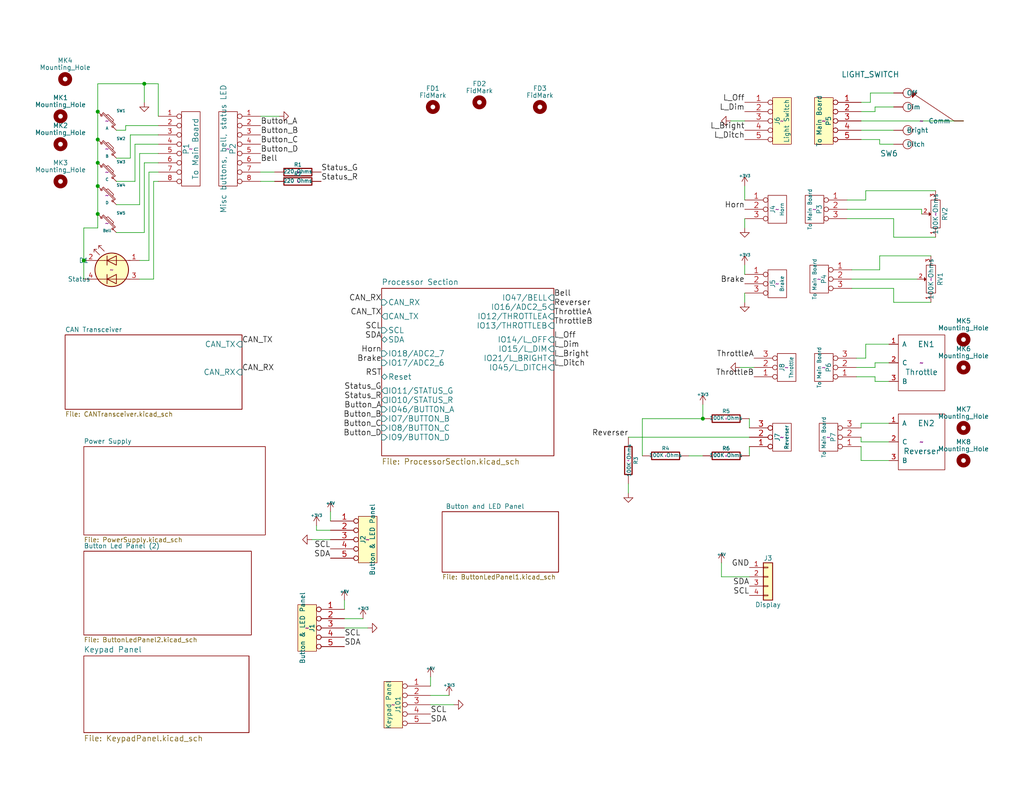
<source format=kicad_sch>
(kicad_sch (version 20211123) (generator eeschema)
  (paper "USLetter")
  (title_block (title "ESP32-T7S3-ControlStand") (date "2022-07-25") (rev "1.0") (company "Deepwoods Software") (comment 1 "Main page"))
  (lib_symbols
    (symbol "ESP32-T7S3-ControlStand-rescue:+3.3V" (power) (pin_names (offset 0))
      (property "Value" "+3.3V" (at 0 3.556 0))
      (symbol "+3.3V_0_1"
        (polyline (pts (xy -0.762 1.27) (xy 0 2.54)))
        (polyline (pts (xy 0 0) (xy 0 2.54)))
        (polyline (pts (xy 0 2.54) (xy 0.762 1.27)))
      )
      (symbol "+3.3V_1_1"
        (pin power_in line (at 0 0 90) (length 0) hide (name "+3V3") (number "1"))
      )
    )
    (symbol "ESP32-T7S3-ControlStand-rescue:+5V" (power) (pin_names (offset 0))
      (property "Value" "+5V" (at 0 3.556 0))
      (symbol "+5V_0_1"
        (polyline (pts (xy -0.762 1.27) (xy 0 2.54)))
        (polyline (pts (xy 0 0) (xy 0 2.54)))
        (polyline (pts (xy 0 2.54) (xy 0.762 1.27)))
      )
      (symbol "+5V_1_1"
        (pin power_in line (at 0 0 90) (length 0) hide (name "+5V") (number "1"))
      )
    )
    (symbol "ESP32-T7S3-ControlStand-rescue:CONN_3" (pin_names (offset 1.016) hide)
      (property "Reference" "K" (at -1.27 0 90))
      (property "Value" "CONN_3" (at 1.27 0 90))
      (symbol "CONN_3_0_1"
        (rectangle (start -2.54 3.81) (end 2.54 -3.81))
      )
      (symbol "CONN_3_1_1"
        (pin passive inverted (at -8.89 2.54 0) (length 6.35) (name "P1") (number "1"))
        (pin passive inverted (at -8.89 0 0) (length 6.35) (name "PM") (number "2"))
        (pin passive inverted (at -8.89 -2.54 0) (length 6.35) (name "P3") (number "3"))
      )
    )
    (symbol "ESP32-T7S3-ControlStand-rescue:CONN_5" (pin_names (offset 1.016))
      (property "Reference" "P" (at -1.27 0 90))
      (property "Value" "CONN_5" (at 1.27 0 90))
      (symbol "CONN_5_0_1"
        (rectangle (start -2.54 6.35) (end 2.54 -6.35) (fill (type background)))
      )
      (symbol "CONN_5_1_1"
        (pin passive inverted (at -10.16 5.08 0) (length 7.62) (name "~") (number "1"))
        (pin passive inverted (at -10.16 2.54 0) (length 7.62) (name "~") (number "2"))
        (pin passive inverted (at -10.16 0 0) (length 7.62) (name "~") (number "3"))
        (pin passive inverted (at -10.16 -2.54 0) (length 7.62) (name "~") (number "4"))
        (pin passive inverted (at -10.16 -5.08 0) (length 7.62) (name "~") (number "5"))
      )
    )
    (symbol "ESP32-T7S3-ControlStand-rescue:CONN_8" (pin_names (offset 1.016) hide)
      (property "Reference" "P" (at -1.27 0 90))
      (property "Value" "CONN_8" (at 1.27 0 90))
      (symbol "CONN_8_0_1"
        (rectangle (start -2.54 10.16) (end 2.54 -10.16))
      )
      (symbol "CONN_8_1_1"
        (pin passive inverted (at -8.89 8.89 0) (length 6.35) (name "P1") (number "1"))
        (pin passive inverted (at -8.89 6.35 0) (length 6.35) (name "P2") (number "2"))
        (pin passive inverted (at -8.89 3.81 0) (length 6.35) (name "P3") (number "3"))
        (pin passive inverted (at -8.89 1.27 0) (length 6.35) (name "P4") (number "4"))
        (pin passive inverted (at -8.89 -1.27 0) (length 6.35) (name "P5") (number "5"))
        (pin passive inverted (at -8.89 -3.81 0) (length 6.35) (name "P6") (number "6"))
        (pin passive inverted (at -8.89 -6.35 0) (length 6.35) (name "P7") (number "7"))
        (pin passive inverted (at -8.89 -8.89 0) (length 6.35) (name "P8") (number "8"))
      )
    )
    (symbol "ESP32-T7S3-ControlStand-rescue:Conn_01x04" (pin_names (offset 1.016) hide)
      (property "Reference" "J" (at 0 5.08 0))
      (property "Value" "Conn_01x04" (at 0 -7.62 0))
      (symbol "Conn_01x04_1_1"
        (rectangle (start -1.27 -4.953) (end 0 -5.207) (stroke (width 0.1524)))
        (rectangle (start -1.27 -2.413) (end 0 -2.667) (stroke (width 0.1524)))
        (rectangle (start -1.27 0.127) (end 0 -0.127) (stroke (width 0.1524)))
        (rectangle (start -1.27 2.667) (end 0 2.413) (stroke (width 0.1524)))
        (rectangle (start -1.27 3.81) (end 1.27 -6.35) (stroke (width 0.254)) (fill (type background)))
        (pin passive line (at -5.08 2.54 0) (length 3.81) (name "Pin_1") (number "1"))
        (pin passive line (at -5.08 0 0) (length 3.81) (name "Pin_2") (number "2"))
        (pin passive line (at -5.08 -2.54 0) (length 3.81) (name "Pin_3") (number "3"))
        (pin passive line (at -5.08 -5.08 0) (length 3.81) (name "Pin_4") (number "4"))
      )
    )
    (symbol "ESP32-T7S3-ControlStand-rescue:ENCODER" (pin_names (offset 1.016))
      (property "Reference" "EN" (at 1.27 5.08 0))
      (property "Value" "ENCODER" (at 0 -2.54 0))
      (symbol "ENCODER_0_1"
        (rectangle (start -6.35 7.62) (end 6.35 -7.62))
      )
      (symbol "ENCODER_1_1"
        (pin passive line (at -8.89 5.08 0) (length 2.54) (name "A") (number "1"))
        (pin passive line (at -8.89 0 0) (length 2.54) (name "C") (number "2"))
        (pin passive line (at -8.89 -5.08 0) (length 2.54) (name "B") (number "3"))
      )
    )
    (symbol "ESP32-T7S3-ControlStand-rescue:GND" (power) (pin_names (offset 0))
      (property "Value" "GND" (at 0 -3.81 0))
      (symbol "GND_0_1"
        (polyline (pts (xy 0 0) (xy 0 -1.27) (xy 1.27 -1.27) (xy 0 -2.54) (xy -1.27 -1.27) (xy 0 -1.27)))
      )
      (symbol "GND_1_1"
        (pin power_in line (at 0 0 270) (length 0) hide (name "GND") (number "1"))
      )
    )
    (symbol "ESP32-T7S3-ControlStand-rescue:LED_Dual_ACAC" (pin_names (offset 0) hide)
      (property "Reference" "D" (at 0 5.715 0))
      (property "Value" "LED_Dual_ACAC" (at 0 -6.35 0))
      (symbol "LED_Dual_ACAC_0_1"
        (polyline (pts (xy -5.08 -2.54) (xy 2.032 -2.54)))
        (polyline (pts (xy -5.08 2.54) (xy 2.032 2.54)))
        (polyline (pts (xy 1.27 -1.27) (xy 1.27 -3.81)) (stroke (width 0.2032)))
        (polyline (pts (xy 1.27 3.81) (xy 1.27 1.27)) (stroke (width 0.2032)))
        (polyline (pts (xy 3.81 -2.54) (xy 1.905 -2.54)))
        (polyline (pts (xy 3.81 2.54) (xy 1.905 2.54)))
        (polyline (pts (xy -1.27 -1.27) (xy -1.27 -3.81) (xy 1.27 -2.54) (xy -1.27 -1.27)) (stroke (width 0.2032)))
        (polyline (pts (xy -1.27 3.81) (xy -1.27 1.27) (xy 1.27 2.54) (xy -1.27 3.81)) (stroke (width 0.2032)))
        (polyline (pts (xy 2.032 5.08) (xy 3.556 6.604) (xy 2.794 6.604) (xy 3.556 6.604) (xy 3.556 5.842)))
        (polyline (pts (xy 3.302 4.064) (xy 4.826 5.588) (xy 4.064 5.588) (xy 4.826 5.588) (xy 4.826 4.826)))
        (circle (center 0 0) (radius 4.572) (stroke (width 0.254)) (fill (type background)))
      )
      (symbol "LED_Dual_ACAC_1_1"
        (pin input line (at -7.62 2.54 0) (length 3.048) (name "A1") (number "1"))
        (pin input line (at 7.62 2.54 180) (length 3.81) (name "K1") (number "2"))
        (pin input line (at -7.62 -2.54 0) (length 3.048) (name "A2") (number "3"))
        (pin input line (at 7.62 -2.54 180) (length 3.81) (name "K2") (number "4"))
      )
    )
    (symbol "ESP32-T7S3-ControlStand-rescue:Light_Switch" (pin_names (offset 1.016))
      (property "Reference" "SW" (at 8.89 -8.89 0))
      (property "Value" "Light_Switch" (at 13.97 12.7 0))
      (symbol "Light_Switch_0_1"
        (polyline (pts (xy -8.89 0) (xy 2.54 7.62) (xy 2.54 6.35) (xy 1.27 7.62) (xy 2.54 7.62)) (fill (type outline)))
        (circle (center 3.81 -6.35) (radius 0.0001))
        (circle (center 3.81 -6.35) (radius 1.27))
        (circle (center 3.81 -2.54) (radius 0.0001))
        (circle (center 3.81 -2.54) (radius 1.27))
        (circle (center 3.81 3.81) (radius 1.27))
        (circle (center 3.81 7.62) (radius 1.27))
        (circle (center 5.08 7.62) (radius 0.0001))
      )
      (symbol "Light_Switch_1_1"
        (pin passive line (at 7.62 -2.54 180) (length 2.54) (name "Bright") (number "~"))
        (pin passive line (at -11.43 0 0) (length 2.54) (name "Comm") (number "~"))
        (pin passive line (at 7.62 3.81 180) (length 2.54) (name "Dim") (number "~"))
        (pin passive line (at 7.62 -6.35 180) (length 2.54) (name "Ditch") (number "~"))
        (pin passive line (at 7.62 7.62 180) (length 2.54) (name "Off") (number "~"))
      )
    )
    (symbol "ESP32-T7S3-ControlStand-rescue:Mounting_Hole" (pin_names (offset 1.016))
      (property "Reference" "MK" (at 0 5.08 0))
      (property "Value" "Mounting_Hole" (at 0 3.175 0))
      (symbol "Mounting_Hole_0_1"
        (circle (center 0 0) (radius 1.27) (stroke (width 1.27)))
      )
    )
    (symbol "ESP32-T7S3-ControlStand-rescue:POT-RESCUE-ESP32ControlStand" (pin_names (offset 1.016) hide)
      (property "Reference" "RV" (at 0 -2.54 0))
      (property "Value" "POT-RESCUE-ESP32ControlStand" (at 0 0 0))
      (symbol "POT-RESCUE-ESP32ControlStand_0_1"
        (rectangle (start -3.81 1.27) (end 3.81 -1.27))
        (polyline (pts (xy 0 1.27) (xy -0.508 1.778) (xy 0.508 1.778)) (fill (type outline)))
      )
      (symbol "POT-RESCUE-ESP32ControlStand_1_1"
        (pin passive line (at -6.35 0 0) (length 2.54) (name "1") (number "1"))
        (pin passive line (at 0 3.81 270) (length 2.032) (name "2") (number "2"))
        (pin passive line (at 6.35 0 180) (length 2.54) (name "3") (number "3"))
      )
    )
    (symbol "ESP32-T7S3-ControlStand-rescue:R-RESCUE-ESP32ControlStand" (pin_numbers hide) (pin_names (offset 0))
      (property "Reference" "R" (at 2.032 0 90))
      (property "Value" "R-RESCUE-ESP32ControlStand" (at 0.1778 0.0254 90))
      (symbol "R-RESCUE-ESP32ControlStand_0_1"
        (rectangle (start -1.016 3.81) (end 1.016 -3.81) (stroke (width 0.3048)))
      )
      (symbol "R-RESCUE-ESP32ControlStand_1_1"
        (pin passive line (at 0 6.35 270) (length 2.54) (name "~") (number "1"))
        (pin passive line (at 0 -6.35 90) (length 2.54) (name "~") (number "2"))
      )
    )
    (symbol "ESP32-T7S3-ControlStand-rescue:SW_PUSH_SMALL" (pin_numbers hide) (pin_names (offset 1.016) hide)
      (property "Reference" "SW" (at 3.81 2.794 0))
      (property "Value" "SW_PUSH_SMALL" (at 0 -2.0066 0))
      (symbol "SW_PUSH_SMALL_0_1"
        (circle (center -1.524 1.524) (radius 0.254))
        (polyline (pts (xy -2.54 2.54) (xy -1.524 1.524) (xy -1.524 1.524)))
        (polyline (pts (xy 1.524 -1.524) (xy 2.54 -2.54) (xy 2.54 -2.54) (xy 2.54 -2.54)))
        (polyline (pts (xy -0.254 1.524) (xy 0.254 1.778) (xy 1.778 0.254) (xy 1.524 -0.254) (xy 1.524 -0.254) (xy 1.524 -0.254)))
        (polyline (pts (xy -1.27 2.032) (xy 2.032 -1.27) (xy 2.286 -1.016) (xy -1.016 2.286) (xy -1.27 2.032) (xy -1.27 2.032) (xy -1.27 2.032)))
        (circle (center 1.524 -1.524) (radius 0.254))
        (pin passive line (at -2.54 2.54 0) (length 0) (name "1") (number "1"))
        (pin passive line (at 2.54 -2.54 180) (length 0) (name "2") (number "2"))
      )
    )
  )
  (junction (at 26.67 38.1))
  (junction (at 26.67 58.42))
  (junction (at 26.67 30.48))
  (junction (at 191.77 114.3))
  (junction (at 22.86 71.12))
  (junction (at 26.67 50.8))
  (junction (at 26.67 44.45))
  (junction (at 39.37 22.86))
  (wire (pts (xy 39.37 27.94) (xy 39.37 22.86)))
  (wire (pts (xy 86.36 144.78) (xy 86.36 143.51)))
  (wire (pts (xy 238.76 104.14) (xy 242.57 104.14)))
  (wire (pts (xy 232.41 73.66) (xy 240.03 73.66)))
  (wire (pts (xy 26.67 58.42) (xy 26.67 62.23)))
  (wire (pts (xy 262.89 33.02) (xy 234.95 33.02)))
  (wire (pts (xy 191.77 124.46) (xy 187.96 124.46)))
  (wire (pts (xy 38.1 41.91) (xy 38.1 55.88)))
  (wire (pts (xy 43.18 34.29) (xy 34.29 34.29)))
  (wire (pts (xy 240.03 69.85) (xy 254 69.85)))
  (wire (pts (xy 203.2 50.8) (xy 203.2 54.61)))
  (wire (pts (xy 39.37 44.45) (xy 39.37 63.5)))
  (wire (pts (xy 255.27 64.77) (xy 243.84 64.77)))
  (wire (pts (xy 74.93 46.99) (xy 71.12 46.99)))
  (wire (pts (xy 233.68 97.79) (xy 236.22 97.79)))
  (wire (pts (xy 35.56 36.83) (xy 35.56 43.18)))
  (wire (pts (xy 203.2 33.02) (xy 199.39 33.02)))
  (wire (pts (xy 240.03 73.66) (xy 240.03 69.85)))
  (wire (pts (xy 22.86 62.23) (xy 22.86 71.12)))
  (wire (pts (xy 203.2 80.01) (xy 203.2 82.55)))
  (wire (pts (xy 35.56 43.18) (xy 31.75 43.18)))
  (wire (pts (xy 90.17 139.7) (xy 90.17 142.24)))
  (wire (pts (xy 243.84 82.55) (xy 254 82.55)))
  (wire (pts (xy 238.76 30.48) (xy 238.76 29.21)))
  (wire (pts (xy 26.67 50.8) (xy 26.67 58.42)))
  (wire (pts (xy 234.95 120.65) (xy 234.95 119.38)))
  (wire (pts (xy 43.18 44.45) (xy 39.37 44.45)))
  (wire (pts (xy 26.67 22.86) (xy 39.37 22.86)))
  (wire (pts (xy 90.17 144.78) (xy 86.36 144.78)))
  (wire (pts (xy 36.83 49.53) (xy 31.75 49.53)))
  (wire (pts (xy 204.47 114.3) (xy 204.47 116.84)))
  (wire (pts (xy 117.475 189.865) (xy 122.555 189.865)))
  (wire (pts (xy 240.03 38.1) (xy 240.03 39.37)))
  (wire (pts (xy 117.475 192.405) (xy 123.825 192.405)))
  (wire (pts (xy 76.2 31.75) (xy 71.12 31.75)))
  (wire (pts (xy 41.91 76.2) (xy 38.1 76.2)))
  (wire (pts (xy 204.47 121.92) (xy 204.47 124.46)))
  (wire (pts (xy 26.67 30.48) (xy 26.67 38.1)))
  (wire (pts (xy 236.22 54.61) (xy 231.14 54.61)))
  (wire (pts (xy 175.26 114.3) (xy 191.77 114.3)))
  (wire (pts (xy 34.29 34.29) (xy 34.29 35.56)))
  (wire (pts (xy 242.57 115.57) (xy 234.95 115.57)))
  (wire (pts (xy 233.68 102.87) (xy 238.76 102.87)))
  (wire (pts (xy 234.95 38.1) (xy 240.03 38.1)))
  (wire (pts (xy 234.95 125.73) (xy 234.95 121.92)))
  (wire (pts (xy 242.57 125.73) (xy 234.95 125.73)))
  (wire (pts (xy 90.17 147.32) (xy 85.09 147.32)))
  (wire (pts (xy 238.76 100.33) (xy 238.76 99.06)))
  (wire (pts (xy 43.18 39.37) (xy 36.83 39.37)))
  (wire (pts (xy 74.93 49.53) (xy 71.12 49.53)))
  (wire (pts (xy 203.2 72.39) (xy 203.2 74.93)))
  (wire (pts (xy 234.95 115.57) (xy 234.95 116.84)))
  (wire (pts (xy 34.29 35.56) (xy 31.75 35.56)))
  (wire (pts (xy 93.98 168.91) (xy 99.06 168.91)))
  (wire (pts (xy 43.18 46.99) (xy 40.64 46.99)))
  (wire (pts (xy 196.85 153.67) (xy 196.85 157.48)))
  (wire (pts (xy 234.95 30.48) (xy 238.76 30.48)))
  (wire (pts (xy 93.98 171.45) (xy 100.33 171.45)))
  (wire (pts (xy 171.45 132.08) (xy 171.45 134.62)))
  (wire (pts (xy 234.95 35.56) (xy 243.84 35.56)))
  (wire (pts (xy 41.91 49.53) (xy 41.91 76.2)))
  (wire (pts (xy 251.46 57.15) (xy 251.46 58.42)))
  (wire (pts (xy 196.85 157.48) (xy 204.47 157.48)))
  (wire (pts (xy 203.2 59.69) (xy 203.2 62.23)))
  (wire (pts (xy 175.26 124.46) (xy 175.26 114.3)))
  (wire (pts (xy 242.57 120.65) (xy 234.95 120.65)))
  (wire (pts (xy 243.84 78.74) (xy 243.84 82.55)))
  (wire (pts (xy 232.41 76.2) (xy 250.19 76.2)))
  (wire (pts (xy 255.27 52.07) (xy 236.22 52.07)))
  (wire (pts (xy 26.67 62.23) (xy 22.86 62.23)))
  (wire (pts (xy 243.84 64.77) (xy 243.84 59.69)))
  (wire (pts (xy 236.22 93.98) (xy 242.57 93.98)))
  (wire (pts (xy 40.64 46.99) (xy 40.64 71.12)))
  (wire (pts (xy 38.1 55.88) (xy 31.75 55.88)))
  (wire (pts (xy 231.14 57.15) (xy 251.46 57.15)))
  (wire (pts (xy 43.18 41.91) (xy 38.1 41.91)))
  (wire (pts (xy 191.77 114.3) (xy 191.77 110.49)))
  (wire (pts (xy 26.67 44.45) (xy 26.67 50.8)))
  (wire (pts (xy 205.74 100.33) (xy 201.93 100.33)))
  (wire (pts (xy 26.67 22.86) (xy 26.67 30.48)))
  (wire (pts (xy 93.98 163.83) (xy 93.98 166.37)))
  (wire (pts (xy 43.18 36.83) (xy 35.56 36.83)))
  (wire (pts (xy 232.41 78.74) (xy 243.84 78.74)))
  (wire (pts (xy 237.49 27.94) (xy 237.49 25.4)))
  (wire (pts (xy 240.03 39.37) (xy 243.84 39.37)))
  (wire (pts (xy 22.86 71.12) (xy 22.86 76.2)))
  (wire (pts (xy 39.37 22.86) (xy 43.18 22.86)))
  (wire (pts (xy 40.64 71.12) (xy 38.1 71.12)))
  (wire (pts (xy 236.22 97.79) (xy 236.22 93.98)))
  (wire (pts (xy 238.76 102.87) (xy 238.76 104.14)))
  (wire (pts (xy 36.83 39.37) (xy 36.83 49.53)))
  (wire (pts (xy 238.76 99.06) (xy 242.57 99.06)))
  (wire (pts (xy 238.76 29.21) (xy 243.84 29.21)))
  (wire (pts (xy 39.37 63.5) (xy 31.75 63.5)))
  (wire (pts (xy 43.18 49.53) (xy 41.91 49.53)))
  (wire (pts (xy 117.475 184.785) (xy 117.475 187.325)))
  (wire (pts (xy 237.49 25.4) (xy 243.84 25.4)))
  (wire (pts (xy 204.47 119.38) (xy 171.45 119.38)))
  (wire (pts (xy 233.68 100.33) (xy 238.76 100.33)))
  (wire (pts (xy 234.95 27.94) (xy 237.49 27.94)))
  (wire (pts (xy 43.18 22.86) (xy 43.18 31.75)))
  (wire (pts (xy 236.22 52.07) (xy 236.22 54.61)))
  (wire (pts (xy 243.84 59.69) (xy 231.14 59.69)))
  (wire (pts (xy 26.67 38.1) (xy 26.67 44.45)))
  (label "Button_A" (at 71.12 34.29 0) (effects (font (size 1.524 1.524))))
  (label "SCL" (at 117.475 194.945 0) (effects (font (size 1.524 1.524))))
  (label "SCL" (at 204.47 162.56 180) (effects (font (size 1.524 1.524))))
  (label "Status_R" (at 104.14 109.22 180) (effects (font (size 1.5494 1.5494))))
  (label "ThrottleA" (at 151.13 86.36 0) (effects (font (size 1.5494 1.5494))))
  (label "Brake" (at 104.14 99.06 180) (effects (font (size 1.5494 1.5494))))
  (label "SCL" (at 93.98 173.99 0) (effects (font (size 1.524 1.524))))
  (label "Brake" (at 203.2 77.47 180) (effects (font (size 1.524 1.524))))
  (label "Reverser" (at 151.13 83.82 0) (effects (font (size 1.5494 1.5494))))
  (label "L_Dim" (at 203.2 30.48 180) (effects (font (size 1.524 1.524))))
  (label "Horn" (at 104.14 96.52 180) (effects (font (size 1.5494 1.5494))))
  (label "L_Off" (at 151.13 92.71 0) (effects (font (size 1.5494 1.5494))))
  (label "SDA" (at 117.475 197.485 0) (effects (font (size 1.524 1.524))))
  (label "SCL" (at 90.17 149.86 180) (effects (font (size 1.524 1.524))))
  (label "Button_C" (at 104.14 116.84 180) (effects (font (size 1.5494 1.5494))))
  (label "ThrottleB" (at 205.74 102.87 180) (effects (font (size 1.524 1.524))))
  (label "CAN_RX" (at 104.14 82.55 180) (effects (font (size 1.5494 1.5494))))
  (label "Bell" (at 71.12 44.45 0) (effects (font (size 1.524 1.524))))
  (label "GND" (at 204.47 154.94 180) (effects (font (size 1.524 1.524))))
  (label "SDA" (at 104.14 92.71 180) (effects (font (size 1.5494 1.5494))))
  (label "L_Off" (at 203.2 27.94 180) (effects (font (size 1.524 1.524))))
  (label "Button_C" (at 71.12 39.37 0) (effects (font (size 1.524 1.524))))
  (label "L_Ditch" (at 203.2 38.1 180) (effects (font (size 1.524 1.524))))
  (label "CAN_RX" (at 66.04 101.6 0) (effects (font (size 1.524 1.524))))
  (label "Horn" (at 203.2 57.15 180) (effects (font (size 1.524 1.524))))
  (label "SCL" (at 104.14 90.17 180) (effects (font (size 1.5494 1.5494))))
  (label "ThrottleB" (at 151.13 88.9 0) (effects (font (size 1.5494 1.5494))))
  (label "L_Ditch" (at 151.13 100.33 0) (effects (font (size 1.5494 1.5494))))
  (label "Status_G" (at 104.14 106.68 180) (effects (font (size 1.5494 1.5494))))
  (label "Button_D" (at 104.14 119.38 180) (effects (font (size 1.5494 1.5494))))
  (label "Button_A" (at 104.14 111.76 180) (effects (font (size 1.5494 1.5494))))
  (label "CAN_TX" (at 66.04 93.98 0) (effects (font (size 1.524 1.524))))
  (label "Status_G" (at 87.63 46.99 0) (effects (font (size 1.524 1.524))))
  (label "Status_R" (at 87.63 49.53 0) (effects (font (size 1.524 1.524))))
  (label "SDA" (at 90.17 152.4 180) (effects (font (size 1.524 1.524))))
  (label "ThrottleA" (at 205.74 97.79 180) (effects (font (size 1.524 1.524))))
  (label "Button_B" (at 71.12 36.83 0) (effects (font (size 1.524 1.524))))
  (label "L_Bright" (at 203.2 35.56 180) (effects (font (size 1.524 1.524))))
  (label "SDA" (at 204.47 160.02 180) (effects (font (size 1.524 1.524))))
  (label "Bell" (at 151.13 81.28 0) (effects (font (size 1.5494 1.5494))))
  (label "RST" (at 104.14 102.87 180) (effects (font (size 1.5494 1.5494))))
  (label "Button_B" (at 104.14 114.3 180) (effects (font (size 1.5494 1.5494))))
  (label "L_Dim" (at 151.13 95.25 0) (effects (font (size 1.5494 1.5494))))
  (label "SDA" (at 93.98 176.53 0) (effects (font (size 1.524 1.524))))
  (label "L_Bright" (at 151.13 97.79 0) (effects (font (size 1.5494 1.5494))))
  (label "Button_D" (at 71.12 41.91 0) (effects (font (size 1.524 1.524))))
  (label "Reverser" (at 171.45 119.38 180) (effects (font (size 1.524 1.524))))
  (label "CAN_TX" (at 104.14 86.36 180) (effects (font (size 1.5494 1.5494))))
  (symbol (lib_id "ESP32-T7S3-ControlStand-rescue:CONN_3") (at 214.63 100.33 0) (mirror x) (unit 1)
    (property "Reference" "J8" (at 213.36 100.33 90))
    (property "Value" "Throttle" (at 215.9 100.33 90) (effects (font (size 1.016 1.016))))
    (property "Footprint" "Pin_Headers:Pin_Header_Straight_1x03_Pitch2.54mm" (effects hide))
    (property "Datasheet" "~" (at 214.63 100.33 0) (effects (font (size 1.524 1.524))))
    (property "Mouser Part Number" "649-1012937890301BLF" (effects hide))
  )
  (symbol (lib_id "ESP32-T7S3-ControlStand-rescue:ENCODER") (at 251.46 120.65 0) (unit 1)
    (property "Reference" "EN2" (at 252.73 115.57 0) (effects (font (size 1.524 1.524))))
    (property "Value" "Reverser" (at 251.46 123.19 0) (effects (font (size 1.524 1.524))))
    (property "Footprint" "Encoders:ALPSEC12C" (effects hide))
    (property "Datasheet" "~" (at 251.46 120.65 0) (effects (font (size 1.524 1.524))))
    (property "Mouser Part Number" "652-PEC11R4325FN0012" (effects hide))
  )
  (symbol (lib_id "ESP32-T7S3-ControlStand-rescue:POT-RESCUE-ESP32ControlStand") (at 254 76.2 90) (unit 1)
    (property "Reference" "RV1" (at 256.54 76.2 0))
    (property "Value" "100K Ohms" (at 254 76.2 0))
    (property "Datasheet" "~" (at 254 76.2 0) (effects (font (size 1.524 1.524))))
    (property "Mouser Part Number" "774-450T328F104A1A1" (effects hide))
  )
  (symbol (lib_id "ESP32-T7S3-ControlStand-rescue:POT-RESCUE-ESP32ControlStand") (at 255.27 58.42 90) (unit 1)
    (property "Reference" "RV2" (at 257.81 58.42 0))
    (property "Value" "100K Ohms" (at 255.27 58.42 0))
    (property "Datasheet" "~" (at 255.27 58.42 0) (effects (font (size 1.524 1.524))))
    (property "Mouser Part Number" "774-450T328F104A1A1" (effects hide))
  )
  (symbol (lib_id "ESP32-T7S3-ControlStand-rescue:ENCODER") (at 251.46 99.06 0) (unit 1)
    (property "Reference" "EN1" (at 252.73 93.98 0) (effects (font (size 1.524 1.524))))
    (property "Value" "Throttle" (at 251.46 101.6 0) (effects (font (size 1.524 1.524))))
    (property "Footprint" "Encoders:Series25L-Encoder" (effects hide))
    (property "Datasheet" "~" (at 251.46 99.06 0) (effects (font (size 1.524 1.524))))
    (property "Mouser Part Number" "706-25LB10-Q" (effects hide))
  )
  (symbol (lib_id "ESP32-T7S3-ControlStand-rescue:CONN_3") (at 224.79 100.33 180) (unit 1)
    (property "Reference" "P6" (at 226.06 100.33 90))
    (property "Value" "To Main Board" (at 223.52 100.33 90) (effects (font (size 1.016 1.016))))
    (property "Footprint" "Pin_Headers:Pin_Header_Angled_1x03_Pitch2.54mm" (effects hide))
    (property "Datasheet" "~" (at 224.79 100.33 0) (effects (font (size 1.524 1.524))))
    (property "Mouser Part Number" "855-M20-9750346" (effects hide))
  )
  (symbol (lib_id "ESP32-T7S3-ControlStand-rescue:CONN_3") (at 212.09 57.15 0) (unit 1)
    (property "Reference" "J4" (at 210.82 57.15 90))
    (property "Value" "Horn" (at 213.36 57.15 90) (effects (font (size 1.016 1.016))))
    (property "Footprint" "Pin_Headers:Pin_Header_Straight_1x03_Pitch2.54mm" (effects hide))
    (property "Datasheet" "~" (at 212.09 57.15 0) (effects (font (size 1.524 1.524))))
    (property "Mouser Part Number" "649-1012937890301BLF" (effects hide))
  )
  (symbol (lib_id "ESP32-T7S3-ControlStand-rescue:CONN_3") (at 222.25 57.15 0) (mirror y) (unit 1)
    (property "Reference" "P3" (at 223.52 57.15 90))
    (property "Value" "To Main Board" (at 220.98 57.15 90) (effects (font (size 1.016 1.016))))
    (property "Datasheet" "~" (at 222.25 57.15 0) (effects (font (size 1.524 1.524))))
  )
  (symbol (lib_id "ESP32-T7S3-ControlStand-rescue:CONN_3") (at 223.52 76.2 0) (mirror y) (unit 1)
    (property "Reference" "P4" (at 224.79 76.2 90))
    (property "Value" "To Main Board" (at 222.25 76.2 90) (effects (font (size 1.016 1.016))))
    (property "Datasheet" "~" (at 223.52 76.2 0) (effects (font (size 1.524 1.524))))
  )
  (symbol (lib_id "ESP32-T7S3-ControlStand-rescue:CONN_3") (at 212.09 77.47 0) (unit 1)
    (property "Reference" "J5" (at 210.82 77.47 90))
    (property "Value" "Brake" (at 213.36 77.47 90) (effects (font (size 1.016 1.016))))
    (property "Footprint" "Pin_Headers:Pin_Header_Straight_1x03_Pitch2.54mm" (effects hide))
    (property "Datasheet" "~" (at 212.09 77.47 0) (effects (font (size 1.524 1.524))))
    (property "Mouser Part Number" "649-1012937890301BLF" (effects hide))
  )
  (symbol (lib_id "ESP32-T7S3-ControlStand-rescue:CONN_3") (at 226.06 119.38 180) (unit 1)
    (property "Reference" "P7" (at 227.33 119.38 90))
    (property "Value" "To Main Board" (at 224.79 119.38 90) (effects (font (size 1.016 1.016))))
    (property "Footprint" "Pin_Headers:Pin_Header_Angled_1x03_Pitch2.54mm" (effects hide))
    (property "Datasheet" "~" (at 226.06 119.38 0) (effects (font (size 1.524 1.524))))
    (property "Mouser Part Number" "855-M20-9750346" (effects hide))
  )
  (symbol (lib_id "ESP32-T7S3-ControlStand-rescue:CONN_3") (at 213.36 119.38 0) (mirror x) (unit 1)
    (property "Reference" "J7" (at 212.09 119.38 90))
    (property "Value" "Reverser" (at 214.63 119.38 90) (effects (font (size 1.016 1.016))))
    (property "Footprint" "Pin_Headers:Pin_Header_Straight_1x03_Pitch2.54mm" (effects hide))
    (property "Datasheet" "~" (at 213.36 119.38 0) (effects (font (size 1.524 1.524))))
    (property "Mouser Part Number" "649-1012937890301BLF" (effects hide))
  )
  (symbol (lib_id "ESP32-T7S3-ControlStand-rescue:Light_Switch") (at 251.46 33.02 0) (mirror y) (unit 1)
    (property "Reference" "SW6" (at 242.57 41.91 0) (effects (font (size 1.524 1.524))))
    (property "Value" "LIGHT_SWITCH" (at 237.49 20.32 0) (effects (font (size 1.524 1.524))))
    (property "Datasheet" "~" (at 251.46 33.02 0) (effects (font (size 1.524 1.524))))
  )
  (symbol (lib_id "ESP32-T7S3-ControlStand-rescue:CONN_5") (at 100.33 147.32 0) (unit 1)
    (property "Reference" "J2" (at 99.06 147.32 90))
    (property "Value" "Button & LED Panel" (at 101.6 147.32 90))
    (property "Footprint" "Pin_Headers:Pin_Header_Straight_1x05_Pitch2.54mm" (effects hide))
    (property "Datasheet" "~" (at 100.33 147.32 0) (effects (font (size 1.524 1.524))))
    (property "Mouser Part Number" "523-G800W303018EU" (effects hide))
  )
  (symbol (lib_id "ESP32-T7S3-ControlStand-rescue:CONN_5") (at 213.36 33.02 0) (unit 1)
    (property "Reference" "J6" (at 212.09 33.02 90))
    (property "Value" "Light Switch" (at 214.63 33.02 90))
    (property "Footprint" "Pin_Headers:Pin_Header_Straight_1x05_Pitch2.54mm" (effects hide))
    (property "Datasheet" "~" (at 213.36 33.02 0) (effects (font (size 1.524 1.524))))
    (property "Mouser Part Number" "523-G800W303018EU" (effects hide))
  )
  (symbol (lib_id "ESP32-T7S3-ControlStand-rescue:CONN_5") (at 224.79 33.02 0) (mirror y) (unit 1)
    (property "Reference" "P5" (at 226.06 33.02 90))
    (property "Value" "To Main Board" (at 223.52 33.02 90))
    (property "Datasheet" "~" (at 224.79 33.02 0) (effects (font (size 1.524 1.524))))
  )
  (symbol (lib_id "ESP32-T7S3-ControlStand-rescue:GND") (at 199.39 33.02 270) (unit 1)
    (property "Reference" "#PWR01" (effects hide))
    (property "Value" "GND" (effects hide))
  )
  (symbol (lib_id "ESP32-T7S3-ControlStand-rescue:+3.3V") (at 203.2 50.8 0) (unit 1)
    (property "Reference" "#PWR02" (effects hide))
    (property "Value" "+3.3V" (at 203.2 48.006 0) (effects (font (size 0.762 0.762))))
  )
  (symbol (lib_id "ESP32-T7S3-ControlStand-rescue:+3.3V") (at 203.2 72.39 0) (unit 1)
    (property "Reference" "#PWR03" (effects hide))
    (property "Value" "+3.3V" (at 203.2 69.596 0) (effects (font (size 0.762 0.762))))
  )
  (symbol (lib_id "ESP32-T7S3-ControlStand-rescue:GND") (at 203.2 62.23 0) (unit 1)
    (property "Reference" "#PWR04" (effects hide))
    (property "Value" "GND" (effects hide))
  )
  (symbol (lib_id "ESP32-T7S3-ControlStand-rescue:GND") (at 203.2 82.55 0) (unit 1)
    (property "Reference" "#PWR05" (effects hide))
    (property "Value" "GND" (effects hide))
  )
  (symbol (lib_id "ESP32-T7S3-ControlStand-rescue:GND") (at 201.93 100.33 270) (unit 1)
    (property "Reference" "#PWR06" (effects hide))
    (property "Value" "GND" (effects hide))
  )
  (symbol (lib_id "ESP32-T7S3-ControlStand-rescue:SW_PUSH_SMALL") (at 29.21 33.02 0) (unit 1)
    (property "Reference" "SW1" (at 33.02 30.226 0) (effects (font (size 0.762 0.762))))
    (property "Value" "A" (at 29.21 35.0266 0) (effects (font (size 0.762 0.762))))
    (property "Footprint" "Buttons_Switches_SMD:SW_SPST_EVQQ2" (effects hide))
    (property "Datasheet" "~" (at 29.21 33.02 0) (effects (font (size 1.524 1.524))))
    (property "Mouser Part Number" "667-EVQ-Q2U02W" (effects hide))
  )
  (symbol (lib_id "ESP32-T7S3-ControlStand-rescue:SW_PUSH_SMALL") (at 29.21 40.64 0) (unit 1)
    (property "Reference" "SW2" (at 33.02 37.846 0) (effects (font (size 0.762 0.762))))
    (property "Value" "B" (at 29.21 42.6466 0) (effects (font (size 0.762 0.762))))
    (property "Footprint" "Buttons_Switches_SMD:SW_SPST_EVQQ2" (effects hide))
    (property "Datasheet" "~" (at 29.21 40.64 0) (effects (font (size 1.524 1.524))))
    (property "Mouser part Number" "667-EVQ-Q2U02W" (effects hide))
  )
  (symbol (lib_id "ESP32-T7S3-ControlStand-rescue:SW_PUSH_SMALL") (at 29.21 46.99 0) (unit 1)
    (property "Reference" "SW3" (at 33.02 44.196 0) (effects (font (size 0.762 0.762))))
    (property "Value" "C" (at 29.21 48.9966 0) (effects (font (size 0.762 0.762))))
    (property "Footprint" "Buttons_Switches_SMD:SW_SPST_EVQQ2" (effects hide))
    (property "Datasheet" "~" (at 29.21 46.99 0) (effects (font (size 1.524 1.524))))
    (property "Mouser Part Number" "667-EVQ-Q2U02W" (effects hide))
  )
  (symbol (lib_id "ESP32-T7S3-ControlStand-rescue:SW_PUSH_SMALL") (at 29.21 53.34 0) (unit 1)
    (property "Reference" "SW4" (at 33.02 50.546 0) (effects (font (size 0.762 0.762))))
    (property "Value" "D" (at 29.21 55.3466 0) (effects (font (size 0.762 0.762))))
    (property "Footprint" "Buttons_Switches_SMD:SW_SPST_EVQQ2" (effects hide))
    (property "Datasheet" "~" (at 29.21 53.34 0) (effects (font (size 1.524 1.524))))
    (property "Mouser Part Number" "667-EVQ-Q2U02W" (effects hide))
  )
  (symbol (lib_id "ESP32-T7S3-ControlStand-rescue:SW_PUSH_SMALL") (at 29.21 60.96 0) (unit 1)
    (property "Reference" "SW5" (at 33.02 58.166 0) (effects (font (size 0.762 0.762))))
    (property "Value" "Bell" (at 29.21 62.9666 0) (effects (font (size 0.762 0.762))))
    (property "Footprint" "Buttons_Switches_SMD:SW_SPST_EVQQ2" (effects hide))
    (property "Datasheet" "~" (at 29.21 60.96 0) (effects (font (size 1.524 1.524))))
    (property "Mouser Part Number" "667-EVQ-Q2U02W" (effects hide))
  )
  (symbol (lib_id "ESP32-T7S3-ControlStand-rescue:LED_Dual_ACAC") (at 30.48 73.66 0) (mirror y) (unit 1)
    (property "Reference" "D1" (at 22.86 71.12 0))
    (property "Value" "Status" (at 21.59 76.2 0))
    (property "Footprint" "APHB1608CGKSURKC:APHB1608CGKSURKC" (effects hide))
    (property "Datasheet" "~" (at 30.48 73.66 0) (effects (font (size 1.524 1.524))))
    (property "Mouser Part Number" "604-APHB1608CGKSURKC " (effects hide))
  )
  (symbol (lib_id "ESP32-T7S3-ControlStand-rescue:CONN_8") (at 52.07 40.64 0) (unit 1)
    (property "Reference" "P1" (at 50.8 40.64 90) (effects (font (size 1.524 1.524))))
    (property "Value" "To Main Board" (at 53.34 40.64 90) (effects (font (size 1.524 1.524))))
    (property "Footprint" "Pin_Headers:Pin_Header_Angled_1x08_Pitch2.54mm" (effects hide))
    (property "Datasheet" "~" (at 52.07 40.64 0) (effects (font (size 1.524 1.524))))
    (property "Mouser Part Number" "649-1012937990801BLF" (effects hide))
  )
  (symbol (lib_id "ESP32-T7S3-ControlStand-rescue:CONN_8") (at 62.23 40.64 0) (mirror y) (unit 1)
    (property "Reference" "P2" (at 63.5 40.64 90) (effects (font (size 1.524 1.524))))
    (property "Value" "Misc buttons, bell, status LED" (at 60.96 40.64 90) (effects (font (size 1.524 1.524))))
    (property "Footprint" "Pin_Headers:Pin_Header_Straight_1x08_Pitch2.54mm" (effects hide))
    (property "Datasheet" "~" (at 62.23 40.64 0) (effects (font (size 1.524 1.524))))
    (property "Mouser Part Number" "649-1012937890801BLF" (effects hide))
  )
  (symbol (lib_id "ESP32-T7S3-ControlStand-rescue:GND") (at 76.2 31.75 90) (unit 1)
    (property "Reference" "#PWR07" (effects hide))
    (property "Value" "GND" (effects hide))
  )
  (symbol (lib_id "ESP32-T7S3-ControlStand-rescue:R-RESCUE-ESP32ControlStand") (at 81.28 46.99 90) (unit 1)
    (property "Reference" "R1" (at 81.28 44.958 90) (effects (font (size 1.016 1.016))))
    (property "Value" "220 Ohms" (at 81.2546 46.8122 90) (effects (font (size 1.016 1.016))))
    (property "Footprint" "Resistors_SMD:R_0603" (effects hide))
    (property "Datasheet" "~" (at 81.28 46.99 0) (effects (font (size 0.762 0.762))))
    (property "Mouser Part Number" "603-AC0603FR-07220RL" (effects hide))
  )
  (symbol (lib_id "ESP32-T7S3-ControlStand-rescue:R-RESCUE-ESP32ControlStand") (at 81.28 49.53 90) (unit 1)
    (property "Reference" "R2" (at 81.28 47.498 90) (effects (font (size 1.016 1.016))))
    (property "Value" "220 Ohms" (at 81.2546 49.3522 90) (effects (font (size 1.016 1.016))))
    (property "Footprint" "Resistors_SMD:R_0603" (effects hide))
    (property "Datasheet" "~" (at 81.28 49.53 0) (effects (font (size 0.762 0.762))))
    (property "Mouser Part Number" "603-AC0603FR-07220RL" (effects hide))
  )
  (symbol (lib_id "ESP32-T7S3-ControlStand-rescue:+5V") (at 196.85 153.67 0) (unit 1)
    (property "Reference" "#PWR08" (effects hide))
    (property "Value" "+5V" (at 196.85 151.384 0) (effects (font (size 0.762 0.762))))
  )
  (symbol (lib_id "ESP32-T7S3-ControlStand-rescue:+5V") (at 90.17 139.7 0) (unit 1)
    (property "Reference" "#PWR09" (effects hide))
    (property "Value" "+5V" (at 90.17 137.414 0) (effects (font (size 0.762 0.762))))
  )
  (symbol (lib_id "ESP32-T7S3-ControlStand-rescue:CONN_5") (at 83.82 171.45 0) (mirror y) (unit 1)
    (property "Reference" "J1" (at 85.09 171.45 90))
    (property "Value" "Button & LED Panel" (at 82.55 171.45 90))
    (property "Footprint" "Pin_Headers:Pin_Header_Straight_1x05_Pitch2.54mm" (effects hide))
    (property "Datasheet" "~" (at 83.82 171.45 0) (effects (font (size 1.524 1.524))))
    (property "Mouser Part Number" "523-G800W303018EU" (effects hide))
  )
  (symbol (lib_id "ESP32-T7S3-ControlStand-rescue:+5V") (at 93.98 163.83 0) (mirror y) (unit 1)
    (property "Reference" "#PWR010" (effects hide))
    (property "Value" "+5V" (at 93.98 161.544 0) (effects (font (size 0.762 0.762))))
  )
  (symbol (lib_id "ESP32-T7S3-ControlStand-rescue:+3.3V") (at 99.06 168.91 0) (unit 1)
    (property "Reference" "#PWR011" (effects hide))
    (property "Value" "+3.3V" (at 99.06 166.116 0) (effects (font (size 0.762 0.762))))
  )
  (symbol (lib_id "ESP32-T7S3-ControlStand-rescue:GND") (at 100.33 171.45 90) (unit 1)
    (property "Reference" "#PWR012" (effects hide))
    (property "Value" "GND" (effects hide))
  )
  (symbol (lib_id "ESP32-T7S3-ControlStand-rescue:GND") (at 85.09 147.32 270) (unit 1)
    (property "Reference" "#PWR013" (effects hide))
    (property "Value" "GND" (effects hide))
  )
  (symbol (lib_id "ESP32-T7S3-ControlStand-rescue:+3.3V") (at 86.36 143.51 0) (unit 1)
    (property "Reference" "#PWR014" (effects hide))
    (property "Value" "+3.3V" (at 86.36 140.716 0) (effects (font (size 0.762 0.762))))
  )
  (symbol (lib_id "ESP32-T7S3-ControlStand-rescue:R-RESCUE-ESP32ControlStand") (at 198.12 114.3 90) (unit 1)
    (property "Reference" "R5" (at 198.12 112.268 90) (effects (font (size 1.016 1.016))))
    (property "Value" "100K Ohms" (at 198.0946 114.1222 90) (effects (font (size 1.016 1.016))))
    (property "Footprint" "Resistors_SMD:R_0402" (effects hide))
    (property "Datasheet" "~" (at 198.12 114.3 0) (effects (font (size 0.762 0.762))))
    (property "Mouser Part Number" "279-CRGCQ0402J100K" (effects hide))
  )
  (symbol (lib_id "ESP32-T7S3-ControlStand-rescue:R-RESCUE-ESP32ControlStand") (at 198.12 124.46 90) (unit 1)
    (property "Reference" "R6" (at 198.12 122.428 90) (effects (font (size 1.016 1.016))))
    (property "Value" "100K Ohms" (at 198.0946 124.2822 90) (effects (font (size 1.016 1.016))))
    (property "Footprint" "Resistors_SMD:R_0402" (effects hide))
    (property "Datasheet" "~" (at 198.12 124.46 0) (effects (font (size 0.762 0.762))))
    (property "Mouser Part Number" "279-CRGCQ0402J100K" (effects hide))
  )
  (symbol (lib_id "ESP32-T7S3-ControlStand-rescue:R-RESCUE-ESP32ControlStand") (at 181.61 124.46 90) (unit 1)
    (property "Reference" "R4" (at 181.61 122.428 90) (effects (font (size 1.016 1.016))))
    (property "Value" "100K Ohms" (at 181.5846 124.2822 90) (effects (font (size 1.016 1.016))))
    (property "Footprint" "Resistors_SMD:R_0402" (effects hide))
    (property "Datasheet" "~" (at 181.61 124.46 0) (effects (font (size 0.762 0.762))))
    (property "Mouser Part Number" "279-CRGCQ0402J100K" (effects hide))
  )
  (symbol (lib_id "ESP32-T7S3-ControlStand-rescue:R-RESCUE-ESP32ControlStand") (at 171.45 125.73 0) (unit 1)
    (property "Reference" "R3" (at 173.482 125.73 90) (effects (font (size 1.016 1.016))))
    (property "Value" "100K Ohms" (at 171.6278 125.7046 90) (effects (font (size 1.016 1.016))))
    (property "Footprint" "Resistors_SMD:R_0402" (effects hide))
    (property "Datasheet" "~" (at 171.45 125.73 0) (effects (font (size 0.762 0.762))))
    (property "Mouser Part Number" "279-CRGCQ0402J100K" (effects hide))
  )
  (symbol (lib_id "ESP32-T7S3-ControlStand-rescue:+3.3V") (at 191.77 110.49 0) (unit 1)
    (property "Reference" "#PWR015" (effects hide))
    (property "Value" "+3.3V" (at 191.77 107.696 0) (effects (font (size 0.762 0.762))))
  )
  (symbol (lib_id "ESP32-T7S3-ControlStand-rescue:GND") (at 171.45 134.62 0) (unit 1)
    (property "Reference" "#PWR016" (effects hide))
    (property "Value" "GND" (effects hide))
  )
  (symbol (lib_id "ESP32-T7S3-ControlStand-rescue:GND") (at 39.37 27.94 0) (unit 1)
    (property "Reference" "#PWR017" (effects hide))
    (property "Value" "GND" (effects hide))
  )
  (symbol (lib_id "ESP32-T7S3-ControlStand-rescue:Conn_01x04") (at 209.55 157.48 0) (unit 1)
    (property "Reference" "J3" (at 209.55 152.4 0))
    (property "Value" "Display" (at 209.55 165.1 0))
    (property "Footprint" "Connectors_JST:JST_PH_B4B-PH-SM4-TB_04x2.00mm_Straight" (effects hide))
    (property "Manufacturer_Name" "JST" (effects hide))
    (property "Manufacturer_Part_Number" "B4B-PH-SM4-TB" (effects hide))
  )
  (symbol (lib_id "ESP32-T7S3-ControlStand-rescue:Mounting_Hole") (at 262.89 92.71 0) (unit 1)
    (property "Reference" "MK5" (at 262.89 87.63 0))
    (property "Value" "Mounting_Hole" (at 262.89 89.535 0))
    (property "Footprint" "Mounting_Holes:MountingHole_2.5mm" (effects hide))
  )
  (symbol (lib_id "ESP32-T7S3-ControlStand-rescue:Mounting_Hole") (at 262.89 100.33 0) (unit 1)
    (property "Reference" "MK6" (at 262.89 95.25 0))
    (property "Value" "Mounting_Hole" (at 262.89 97.155 0))
    (property "Footprint" "Mounting_Holes:MountingHole_2.5mm" (effects hide))
  )
  (symbol (lib_id "ESP32-T7S3-ControlStand-rescue:Mounting_Hole") (at 262.89 116.84 0) (unit 1)
    (property "Reference" "MK7" (at 262.89 111.76 0))
    (property "Value" "Mounting_Hole" (at 262.89 113.665 0))
    (property "Footprint" "Mounting_Holes:MountingHole_2.5mm" (effects hide))
  )
  (symbol (lib_id "ESP32-T7S3-ControlStand-rescue:Mounting_Hole") (at 262.89 125.73 0) (unit 1)
    (property "Reference" "MK8" (at 262.89 120.65 0))
    (property "Value" "Mounting_Hole" (at 262.89 122.555 0))
    (property "Footprint" "Mounting_Holes:MountingHole_2.5mm" (effects hide))
  )
  (symbol (lib_id "ESP32-T7S3-ControlStand-rescue:Mounting_Hole") (at 17.78 21.59 0) (unit 1)
    (property "Reference" "MK4" (at 17.78 16.51 0))
    (property "Value" "Mounting_Hole" (at 17.78 18.415 0))
    (property "Footprint" "Mounting_Holes:MountingHole_2.5mm" (effects hide))
  )
  (symbol (lib_id "ESP32-T7S3-ControlStand-rescue:Mounting_Hole") (at 16.51 31.75 0) (unit 1)
    (property "Reference" "MK1" (at 16.51 26.67 0))
    (property "Value" "Mounting_Hole" (at 16.51 28.575 0))
    (property "Footprint" "Mounting_Holes:MountingHole_2.5mm" (effects hide))
  )
  (symbol (lib_id "ESP32-T7S3-ControlStand-rescue:Mounting_Hole") (at 16.51 39.37 0) (unit 1)
    (property "Reference" "MK2" (at 16.51 34.29 0))
    (property "Value" "Mounting_Hole" (at 16.51 36.195 0))
    (property "Footprint" "Mounting_Holes:MountingHole_2.5mm" (effects hide))
  )
  (symbol (lib_id "ESP32-T7S3-ControlStand-rescue:Mounting_Hole") (at 16.51 49.53 0) (unit 1)
    (property "Reference" "MK3" (at 16.51 44.45 0))
    (property "Value" "Mounting_Hole" (at 16.51 46.355 0))
    (property "Footprint" "Mounting_Holes:MountingHole_2.5mm" (effects hide))
  )
  (symbol (lib_id "ESP32-T7S3-ControlStand-rescue:Mounting_Hole") (at 118.11 29.21 0) (unit 1)
    (property "Reference" "FD1" (at 118.11 24.13 0))
    (property "Value" "FidMark" (at 118.11 26.035 0))
    (property "Footprint" "Fiducials:Fiducial_1mm_Dia_2.54mm_Outer_CopperTop" (effects hide))
  )
  (symbol (lib_id "ESP32-T7S3-ControlStand-rescue:Mounting_Hole") (at 130.81 27.94 0) (unit 1)
    (property "Reference" "FD2" (at 130.81 22.86 0))
    (property "Value" "FidMark" (at 130.81 24.765 0))
    (property "Footprint" "Fiducials:Fiducial_1mm_Dia_2.54mm_Outer_CopperTop" (effects hide))
  )
  (symbol (lib_id "ESP32-T7S3-ControlStand-rescue:Mounting_Hole") (at 147.32 29.21 0) (unit 1)
    (property "Reference" "FD3" (at 147.32 24.13 0))
    (property "Value" "FidMark" (at 147.32 26.035 0))
    (property "Footprint" "Fiducials:Fiducial_1mm_Dia_2.54mm_Outer_CopperTop" (effects hide))
  )
  (symbol (lib_id "ESP32-T7S3-ControlStand-rescue:CONN_5") (at 107.315 192.405 0) (mirror y) (unit 1)
    (property "Reference" "J101" (at 108.585 192.405 90))
    (property "Value" "Keypad Panel" (at 106.045 192.405 90))
    (property "Footprint" "Pin_Headers:Pin_Header_Straight_1x05_Pitch2.54mm" (effects hide))
    (property "Datasheet" "~" (at 107.315 192.405 0) (effects (font (size 1.524 1.524))))
    (property "Mouser Part Number" "523-G800W303018EU" (effects hide))
  )
  (symbol (lib_id "ESP32-T7S3-ControlStand-rescue:+5V") (at 117.475 184.785 0) (mirror y) (unit 1)
    (property "Reference" "#PWR018" (effects hide))
    (property "Value" "+5V" (at 117.475 182.499 0) (effects (font (size 0.762 0.762))))
  )
  (symbol (lib_id "ESP32-T7S3-ControlStand-rescue:+3.3V") (at 122.555 189.865 0) (unit 1)
    (property "Reference" "#PWR019" (effects hide))
    (property "Value" "+3.3V" (at 122.555 187.071 0) (effects (font (size 0.762 0.762))))
  )
  (symbol (lib_id "ESP32-T7S3-ControlStand-rescue:GND") (at 123.825 192.405 90) (unit 1)
    (property "Reference" "#PWR020" (effects hide))
    (property "Value" "GND" (effects hide))
  )
  (sheet (at 120.65 139.7) (size 31.75 16.51)
    (property "Sheet name" " Button and LED Panel" (at 120.65 138.9884 0) (effects (justify left bottom)))
    (property "Sheet file" "ButtonLedPanel1.kicad_sch" (at 120.65 156.7946 0) (effects (justify left top)))
  )
  (sheet (at 22.86 150.495) (size 45.72 22.86)
    (property "Sheet name" "Button Led Panel (2)" (at 22.86 149.7834 0) (effects (justify left bottom)))
    (property "Sheet file" "ButtonLedPanel2.kicad_sch" (at 22.86 173.9396 0) (effects (justify left top)))
  )
  (sheet (at 17.78 91.44) (size 48.26 20.32)
    (property "Sheet name" "CAN Transceiver" (at 17.78 90.7284 0) (effects (justify left bottom)))
    (property "Sheet file" "CANTransceiver.kicad_sch" (at 17.78 112.3446 0) (effects (justify left top)))
    (pin "CAN_TX" input (at 66.04 93.98 0) (effects (font (size 1.524 1.524))))
    (pin "CAN_RX" input (at 66.04 101.6 0) (effects (font (size 1.524 1.524))))
  )
  (sheet (at 22.86 121.92) (size 49.53 24.13)
    (property "Sheet name" "Power Supply" (at 22.86 121.2084 0) (effects (justify left bottom)))
    (property "Sheet file" "PowerSupply.kicad_sch" (at 22.86 146.6346 0) (effects (justify left top)))
  )
  (sheet (at 104.14 78.74) (size 46.99 45.72)
    (property "Sheet name" "Processor Section" (at 104.14 77.9014 0) (effects (font (size 1.524 1.524)) (justify left bottom)))
    (property "Sheet file" "ProcessorSection.kicad_sch" (at 104.14 125.1462 0) (effects (font (size 1.524 1.524)) (justify left top)))
    (pin "CAN_RX" input (at 104.14 82.55 180) (effects (font (size 1.524 1.524))))
    (pin "SCL" input (at 104.14 90.17 180) (effects (font (size 1.524 1.524))))
    (pin "SDA" bidirectional (at 104.14 92.71 180) (effects (font (size 1.524 1.524))))
    (pin "CAN_TX" output (at 104.14 86.36 180) (effects (font (size 1.524 1.524))))
    (pin "IO18/ADC2_7" input (at 104.14 96.52 180) (effects (font (size 1.524 1.524))))
    (pin "IO17/ADC2_6" input (at 104.14 99.06 180) (effects (font (size 1.524 1.524))))
    (pin "Reset" bidirectional (at 104.14 102.87 180) (effects (font (size 1.524 1.524))))
    (pin "IO11/STATUS_G" output (at 104.14 106.68 180) (effects (font (size 1.524 1.524))))
    (pin "IO10/STATUS_R" output (at 104.14 109.22 180) (effects (font (size 1.524 1.524))))
    (pin "IO8/BUTTON_C" input (at 104.14 116.84 180) (effects (font (size 1.524 1.524))))
    (pin "IO46/BUTTON_A" input (at 104.14 111.76 180) (effects (font (size 1.524 1.524))))
    (pin "IO7/BUTTON_B" input (at 104.14 114.3 180) (effects (font (size 1.524 1.524))))
    (pin "IO9/BUTTON_D" input (at 104.14 119.38 180) (effects (font (size 1.524 1.524))))
    (pin "IO47/BELL" input (at 151.13 81.28 0) (effects (font (size 1.524 1.524))))
    (pin "IO16/ADC2_5" input (at 151.13 83.82 0) (effects (font (size 1.524 1.524))))
    (pin "IO12/THROTTLEA" input (at 151.13 86.36 0) (effects (font (size 1.524 1.524))))
    (pin "IO13/THROTTLEB" input (at 151.13 88.9 0) (effects (font (size 1.524 1.524))))
    (pin "IO14/L_OFF" input (at 151.13 92.71 0) (effects (font (size 1.524 1.524))))
    (pin "IO15/L_DIM" input (at 151.13 95.25 0) (effects (font (size 1.524 1.524))))
    (pin "IO21/L_BRIGHT" input (at 151.13 97.79 0) (effects (font (size 1.524 1.524))))
    (pin "IO45/L_DITCH" input (at 151.13 100.33 0) (effects (font (size 1.524 1.524))))
  )
  (sheet (at 22.86 179.07) (size 45.085 20.955)
    (property "Sheet name" "Keypad Panel" (at 22.86 178.2314 0) (effects (font (size 1.524 1.524)) (justify left bottom)))
    (property "Sheet file" "KeypadPanel.kicad_sch" (at 22.86 200.7112 0) (effects (font (size 1.524 1.524)) (justify left top)))
  )
)
</source>
